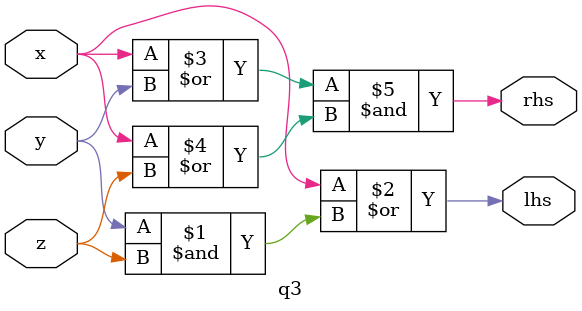
<source format=v>
module q3(x,y,z,lhs,rhs);
    input x,y,z;
    output lhs,rhs;
    assign lhs = x|(y&z);
    assign rhs = (x|y) & (x|z);
endmodule

</source>
